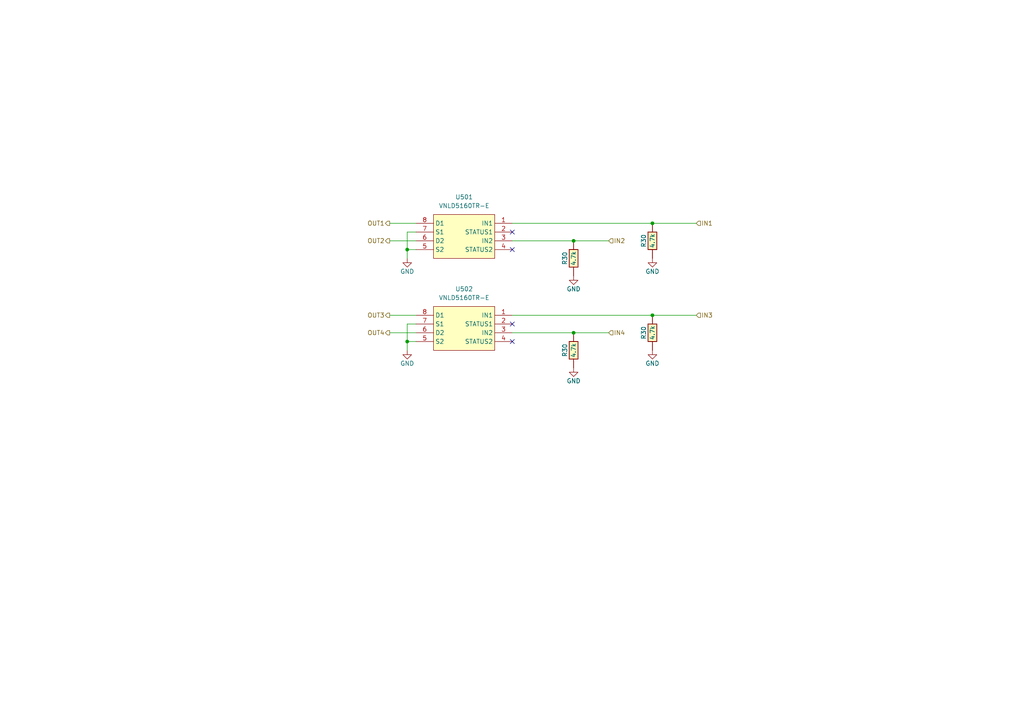
<source format=kicad_sch>
(kicad_sch (version 20231120) (generator "eeschema") (generator_version "8.0")
  (paper "A4")
  (title_block (title "UAEFI") (date "2024-08-15") (rev "D") (company "rusEFI.com"))
  (lib_symbols
    (symbol "chips:VNLD5160"
      (property "Reference" "U" (at 6.35 3.81 0))
      (property "Value" "VNLD5160TR-E" (at 12.7 -11.43 0))
      (symbol "VNLD5160_1_1"
        (rectangle (start 5.08 2.54) (end 22.86 -10.16) (fill (type background)))
        (pin input line (at 0 0 0) (length 5.08) (name "IN1") (number "1"))
        (pin open_collector line (at 0 -2.54 0) (length 5.08) (name "STATUS1") (number "2"))
        (pin input line (at 0 -5.08 0) (length 5.08) (name "IN2") (number "3"))
        (pin open_collector line (at 0 -7.62 0) (length 5.08) (name "STATUS2") (number "4"))
        (pin power_in line (at 27.94 -7.62 180) (length 5.08) (name "S2") (number "5"))
        (pin power_out line (at 27.94 -5.08 180) (length 5.08) (name "D2") (number "6"))
        (pin power_in line (at 27.94 -2.54 180) (length 5.08) (name "S1") (number "7"))
        (pin power_out line (at 27.94 0 180) (length 5.08) (name "D1") (number "8"))
      )
    )
    (symbol "hellen-one-common:Res" (pin_numbers hide)
      (property "Reference" "R" (at 3.81 2.54 0))
      (property "Value" "Res" (at 5.08 -2.54 0))
      (symbol "Res_1_0"
        (rectangle (start 2.54 -1.27) (end 7.62 1.27) (stroke (width 0.254)) (fill (type background)))
        (pin passive line (at 0 0 0) (length 2.54) (name "") (number "1"))
        (pin passive line (at 10.16 0 180) (length 2.54) (name "") (number "2"))
      )
    )
    (symbol "power:GND" (power) (pin_names (offset 0))
      (property "Value" "GND" (at 0 -3.81 0))
      (symbol "GND_0_1"
        (polyline (pts (xy 0 0) (xy 0 -1.27) (xy 1.27 -1.27) (xy 0 -2.54) (xy -1.27 -1.27) (xy 0 -1.27)))
      )
      (symbol "GND_1_1"
        (pin power_in line (at 0 0 270) (length 0) hide (name "GND") (number "1"))
      )
    )
  )
  (junction (at 189.23 91.44))
  (junction (at 166.37 96.52))
  (junction (at 166.37 69.85))
  (junction (at 118.11 72.39))
  (junction (at 189.23 64.77))
  (junction (at 118.11 99.06))
  (no_connect (at 148.59 93.98))
  (no_connect (at 148.59 72.39))
  (no_connect (at 148.59 99.06))
  (no_connect (at 148.59 67.31))
  (wire (pts (xy 118.11 99.06) (xy 118.11 93.98)))
  (wire (pts (xy 118.11 101.6) (xy 118.11 99.06)))
  (wire (pts (xy 113.03 69.85) (xy 120.65 69.85)))
  (wire (pts (xy 118.11 72.39) (xy 118.11 67.31)))
  (wire (pts (xy 148.59 64.77) (xy 189.23 64.77)))
  (wire (pts (xy 113.03 64.77) (xy 120.65 64.77)))
  (wire (pts (xy 118.11 67.31) (xy 120.65 67.31)))
  (wire (pts (xy 148.59 69.85) (xy 166.37 69.85)))
  (wire (pts (xy 166.37 96.52) (xy 176.53 96.52)))
  (wire (pts (xy 118.11 99.06) (xy 120.65 99.06)))
  (wire (pts (xy 189.23 64.77) (xy 201.93 64.77)))
  (wire (pts (xy 189.23 91.44) (xy 201.93 91.44)))
  (wire (pts (xy 113.03 96.52) (xy 120.65 96.52)))
  (wire (pts (xy 118.11 72.39) (xy 120.65 72.39)))
  (wire (pts (xy 166.37 69.85) (xy 176.53 69.85)))
  (wire (pts (xy 113.03 91.44) (xy 120.65 91.44)))
  (wire (pts (xy 118.11 74.93) (xy 118.11 72.39)))
  (wire (pts (xy 148.59 96.52) (xy 166.37 96.52)))
  (wire (pts (xy 118.11 93.98) (xy 120.65 93.98)))
  (wire (pts (xy 148.59 91.44) (xy 189.23 91.44)))
  (hierarchical_label "OUT3" (shape output) (at 113.03 91.44 180))
  (hierarchical_label "OUT1" (shape output) (at 113.03 64.77 180))
  (hierarchical_label "IN4" (shape input) (at 176.53 96.52 0))
  (hierarchical_label "IN2" (shape input) (at 176.53 69.85 0))
  (hierarchical_label "IN1" (shape input) (at 201.93 64.77 0))
  (hierarchical_label "IN3" (shape input) (at 201.93 91.44 0))
  (hierarchical_label "OUT2" (shape output) (at 113.03 69.85 180))
  (hierarchical_label "OUT4" (shape output) (at 113.03 96.52 180))
  (symbol (lib_id "power:GND") (at 166.37 80.01 0) (unit 1)
    (property "Reference" "#PWR0503" (effects (hide yes)))
    (property "Value" "GND" (at 166.37 83.82 0))
    (instances (project "uaefi" (path "" (reference "#PWR0503") (unit 1))) (project "uaefi" (path "" (reference "#PWR072") (unit 1))))
  )
  (symbol (lib_id "power:GND") (at 118.11 101.6 0) (mirror y) (unit 1)
    (property "Reference" "#PWR0504" (effects (hide yes)))
    (property "Value" "GND" (at 118.11 105.41 0))
    (instances (project "uaefi" (path "" (reference "#PWR0504") (unit 1))) (project "uaefi" (path "" (reference "#PWR068") (unit 1))))
  )
  (symbol (lib_id "chips:VNLD5160") (at 148.59 64.77 0) (mirror y) (unit 1)
    (property "Reference" "U501" (at 134.62 57.15 0))
    (property "Value" "VNLD5160TR-E" (at 134.62 59.69 0))
    (property "Footprint" "Package_SO:SOIC-8_3.9x4.9mm_P1.27mm" (effects (hide yes)))
    (property "LCSC" "C377942" (effects (hide yes)))
    (instances (project "uaefi" (path "" (reference "U501") (unit 1))) (project "uaefi" (path "" (reference "U9") (unit 1))))
  )
  (symbol (lib_id "hellen-one-common:Res") (at 189.23 101.6 90) (unit 1)
    (property "Reference" "R30" (at 186.69 96.52 0))
    (property "Value" "4.7k" (at 189.23 96.52 0))
    (property "Footprint" "hellen-one-common:R0603" (effects (hide yes)))
    (property "LCSC" "C23162" (effects (hide yes)))
    (instances (project "alphax_8ch" (path "" (reference "R30") (unit 1)) (path "" (reference "R67") (unit 1))) (project "alphax_8ch" (path "" (reference "R503") (unit 1))) (project "uaefi" (path "" (reference "R31") (unit 1))))
  )
  (symbol (lib_id "chips:VNLD5160") (at 148.59 91.44 0) (mirror y) (unit 1)
    (property "Reference" "U502" (at 134.62 83.82 0))
    (property "Value" "VNLD5160TR-E" (at 134.62 86.36 0))
    (property "Footprint" "Package_SO:SOIC-8_3.9x4.9mm_P1.27mm" (effects (hide yes)))
    (property "LCSC" "C377942" (effects (hide yes)))
    (instances (project "uaefi" (path "" (reference "U502") (unit 1))) (project "uaefi" (path "" (reference "U10") (unit 1))))
  )
  (symbol (lib_id "power:GND") (at 166.37 106.68 0) (unit 1)
    (property "Reference" "#PWR0506" (effects (hide yes)))
    (property "Value" "GND" (at 166.37 110.49 0))
    (instances (project "uaefi" (path "" (reference "#PWR0506") (unit 1))) (project "uaefi" (path "" (reference "#PWR0145") (unit 1))))
  )
  (symbol (lib_id "power:GND") (at 189.23 74.93 0) (unit 1)
    (property "Reference" "#PWR0502" (effects (hide yes)))
    (property "Value" "GND" (at 189.23 78.74 0))
    (instances (project "uaefi" (path "" (reference "#PWR0502") (unit 1))) (project "uaefi" (path "" (reference "#PWR0143") (unit 1))))
  )
  (symbol (lib_id "power:GND") (at 189.23 101.6 0) (unit 1)
    (property "Reference" "#PWR0505" (effects (hide yes)))
    (property "Value" "GND" (at 189.23 105.41 0))
    (instances (project "uaefi" (path "" (reference "#PWR0505") (unit 1))) (project "uaefi" (path "" (reference "#PWR0144") (unit 1))))
  )
  (symbol (lib_id "hellen-one-common:Res") (at 166.37 80.01 90) (unit 1)
    (property "Reference" "R30" (at 163.83 74.93 0))
    (property "Value" "4.7k" (at 166.37 74.93 0))
    (property "Footprint" "hellen-one-common:R0603" (effects (hide yes)))
    (property "LCSC" "C23162" (effects (hide yes)))
    (instances (project "alphax_8ch" (path "" (reference "R30") (unit 1)) (path "" (reference "R67") (unit 1))) (project "alphax_8ch" (path "" (reference "R502") (unit 1))) (project "uaefi" (path "" (reference "R30") (unit 1))))
  )
  (symbol (lib_id "hellen-one-common:Res") (at 166.37 106.68 90) (unit 1)
    (property "Reference" "R30" (at 163.83 101.6 0))
    (property "Value" "4.7k" (at 166.37 101.6 0))
    (property "Footprint" "hellen-one-common:R0603" (effects (hide yes)))
    (property "LCSC" "C23162" (effects (hide yes)))
    (instances (project "alphax_8ch" (path "" (reference "R30") (unit 1)) (path "" (reference "R67") (unit 1))) (project "alphax_8ch" (path "" (reference "R504") (unit 1))) (project "uaefi" (path "" (reference "R32") (unit 1))))
  )
  (symbol (lib_id "hellen-one-common:Res") (at 189.23 74.93 90) (unit 1)
    (property "Reference" "R30" (at 186.69 69.85 0))
    (property "Value" "4.7k" (at 189.23 69.85 0))
    (property "Footprint" "hellen-one-common:R0603" (effects (hide yes)))
    (property "LCSC" "C23162" (effects (hide yes)))
    (instances (project "alphax_8ch" (path "" (reference "R30") (unit 1)) (path "" (reference "R67") (unit 1))) (project "alphax_8ch" (path "" (reference "R501") (unit 1))) (project "uaefi" (path "" (reference "R29") (unit 1))))
  )
  (symbol (lib_id "power:GND") (at 118.11 74.93 0) (mirror y) (unit 1)
    (property "Reference" "#PWR0501" (effects (hide yes)))
    (property "Value" "GND" (at 118.11 78.74 0))
    (instances (project "uaefi" (path "" (reference "#PWR0501") (unit 1))) (project "uaefi" (path "" (reference "#PWR067") (unit 1))))
  )
)
</source>
